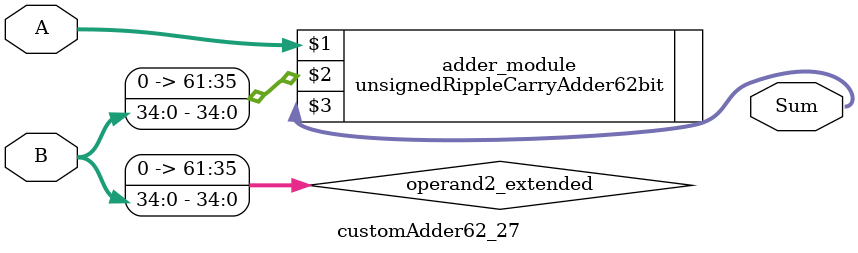
<source format=v>
module customAdder62_27(
                        input [61 : 0] A,
                        input [34 : 0] B,
                        
                        output [62 : 0] Sum
                );

        wire [61 : 0] operand2_extended;
        
        assign operand2_extended =  {27'b0, B};
        
        unsignedRippleCarryAdder62bit adder_module(
            A,
            operand2_extended,
            Sum
        );
        
        endmodule
        
</source>
